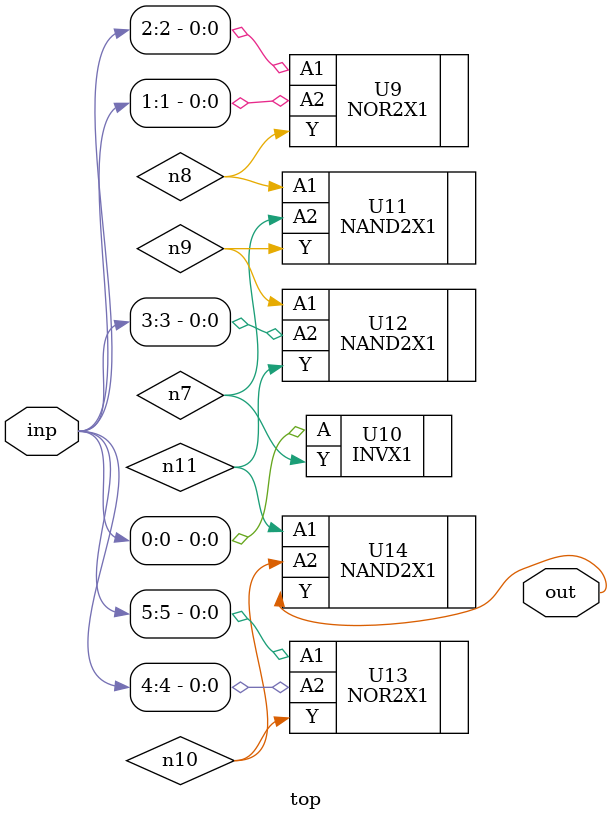
<source format=sv>


module top ( inp, out );
  input [5:0] inp;
  output out;
  wire   n7, n8, n9, n10, n11;

  NOR2X1 U9 ( .A1(inp[2]), .A2(inp[1]), .Y(n8) );
  INVX1 U10 ( .A(inp[0]), .Y(n7) );
  NAND2X1 U11 ( .A1(n8), .A2(n7), .Y(n9) );
  NAND2X1 U12 ( .A1(n9), .A2(inp[3]), .Y(n11) );
  NOR2X1 U13 ( .A1(inp[5]), .A2(inp[4]), .Y(n10) );
  NAND2X1 U14 ( .A1(n11), .A2(n10), .Y(out) );
endmodule


</source>
